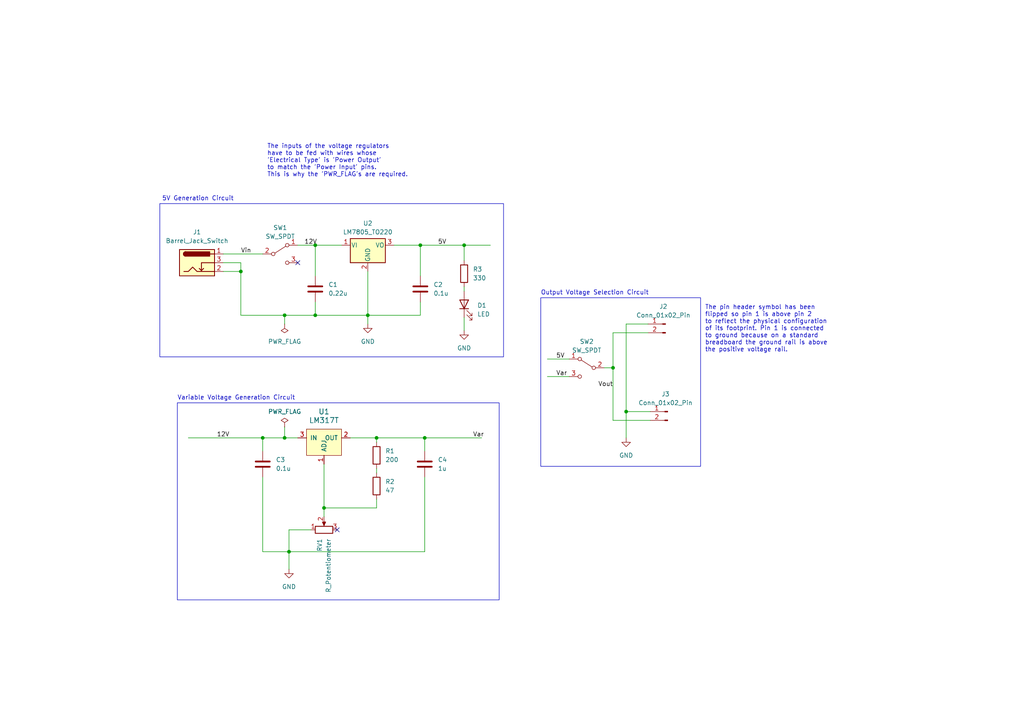
<source format=kicad_sch>
(kicad_sch (version 20230121) (generator eeschema)
  (paper "A4")
  (title_block (title "Breadboard Power Supply") (date "2024-05-14") (rev "1") (company "Vedant Bommanahally"))
  (lib_symbols
    (symbol "Connector:Barrel_Jack_Switch" (pin_names hide)
      (property "Reference" "J" (at 0 5.334 0))
      (property "Value" "Barrel_Jack_Switch" (at 0 -5.08 0))
      (symbol "Barrel_Jack_Switch_0_1"
        (rectangle (start -5.08 3.81) (end 5.08 -3.81) (stroke (width 0.254)) (fill (type background)))
        (arc (start -3.302 3.175) (mid -3.9343 2.54) (end -3.302 1.905) (stroke (width 0.254)))
        (arc (start -3.302 3.175) (mid -3.9343 2.54) (end -3.302 1.905) (stroke (width 0.254)) (fill (type outline)))
        (polyline (pts (xy 1.27 -2.286) (xy 1.905 -1.651)) (stroke (width 0.254)))
        (polyline (pts (xy 5.08 2.54) (xy 3.81 2.54)) (stroke (width 0.254)))
        (polyline (pts (xy 5.08 0) (xy 1.27 0) (xy 1.27 -2.286) (xy 0.635 -1.651)) (stroke (width 0.254)))
        (polyline (pts (xy -3.81 -2.54) (xy -2.54 -2.54) (xy -1.27 -1.27) (xy 0 -2.54) (xy 2.54 -2.54) (xy 5.08 -2.54)) (stroke (width 0.254)))
        (rectangle (start 3.683 3.175) (end -3.302 1.905) (stroke (width 0.254)) (fill (type outline)))
      )
      (symbol "Barrel_Jack_Switch_1_1"
        (pin passive line (at 7.62 2.54 180) (length 2.54) (name "~") (number "1"))
        (pin passive line (at 7.62 -2.54 180) (length 2.54) (name "~") (number "2"))
        (pin passive line (at 7.62 0 180) (length 2.54) (name "~") (number "3"))
      )
    )
    (symbol "Connector:Conn_01x02_Pin" (pin_names (offset 1.016) hide)
      (property "Reference" "J" (at 0 2.54 0))
      (property "Value" "Conn_01x02_Pin" (at 0 -5.08 0))
      (symbol "Conn_01x02_Pin_1_1"
        (polyline (pts (xy 1.27 -2.54) (xy 0.8636 -2.54)) (stroke (width 0.1524)))
        (polyline (pts (xy 1.27 0) (xy 0.8636 0)) (stroke (width 0.1524)))
        (rectangle (start 0.8636 -2.413) (end 0 -2.667) (stroke (width 0.1524)) (fill (type outline)))
        (rectangle (start 0.8636 0.127) (end 0 -0.127) (stroke (width 0.1524)) (fill (type outline)))
        (pin passive line (at 5.08 0 180) (length 3.81) (name "Pin_1") (number "1"))
        (pin passive line (at 5.08 -2.54 180) (length 3.81) (name "Pin_2") (number "2"))
      )
    )
    (symbol "Device:C" (pin_numbers hide) (pin_names (offset 0.254))
      (property "Reference" "C" (at 0.635 2.54 0))
      (property "Value" "C" (at 0.635 -2.54 0))
      (symbol "C_0_1"
        (polyline (pts (xy -2.032 -0.762) (xy 2.032 -0.762)) (stroke (width 0.508)))
        (polyline (pts (xy -2.032 0.762) (xy 2.032 0.762)) (stroke (width 0.508)))
      )
      (symbol "C_1_1"
        (pin passive line (at 0 3.81 270) (length 2.794) (name "~") (number "1"))
        (pin passive line (at 0 -3.81 90) (length 2.794) (name "~") (number "2"))
      )
    )
    (symbol "Device:LED" (pin_numbers hide) (pin_names (offset 1.016) hide)
      (property "Reference" "D" (at 0 2.54 0))
      (property "Value" "LED" (at 0 -2.54 0))
      (symbol "LED_0_1"
        (polyline (pts (xy -1.27 -1.27) (xy -1.27 1.27)) (stroke (width 0.254)))
        (polyline (pts (xy -1.27 0) (xy 1.27 0)))
        (polyline (pts (xy 1.27 -1.27) (xy 1.27 1.27) (xy -1.27 0) (xy 1.27 -1.27)) (stroke (width 0.254)))
        (polyline (pts (xy -3.048 -0.762) (xy -4.572 -2.286) (xy -3.81 -2.286) (xy -4.572 -2.286) (xy -4.572 -1.524)))
        (polyline (pts (xy -1.778 -0.762) (xy -3.302 -2.286) (xy -2.54 -2.286) (xy -3.302 -2.286) (xy -3.302 -1.524)))
      )
      (symbol "LED_1_1"
        (pin passive line (at -3.81 0 0) (length 2.54) (name "K") (number "1"))
        (pin passive line (at 3.81 0 180) (length 2.54) (name "A") (number "2"))
      )
    )
    (symbol "Device:R" (pin_numbers hide) (pin_names (offset 0))
      (property "Reference" "R" (at 2.032 0 90))
      (property "Value" "R" (at 0 0 90))
      (symbol "R_0_1"
        (rectangle (start -1.016 -2.54) (end 1.016 2.54) (stroke (width 0.254)))
      )
      (symbol "R_1_1"
        (pin passive line (at 0 3.81 270) (length 1.27) (name "~") (number "1"))
        (pin passive line (at 0 -3.81 90) (length 1.27) (name "~") (number "2"))
      )
    )
    (symbol "Device:R_Potentiometer" (pin_names (offset 1.016) hide)
      (property "Reference" "RV" (at -4.445 0 90))
      (property "Value" "R_Potentiometer" (at -2.54 0 90))
      (symbol "R_Potentiometer_0_1"
        (polyline (pts (xy 2.54 0) (xy 1.524 0)))
        (polyline (pts (xy 1.143 0) (xy 2.286 0.508) (xy 2.286 -0.508) (xy 1.143 0)) (fill (type outline)))
        (rectangle (start 1.016 2.54) (end -1.016 -2.54) (stroke (width 0.254)))
      )
      (symbol "R_Potentiometer_1_1"
        (pin passive line (at 0 3.81 270) (length 1.27) (name "1") (number "1"))
        (pin passive line (at 3.81 0 180) (length 1.27) (name "2") (number "2"))
        (pin passive line (at 0 -3.81 90) (length 1.27) (name "3") (number "3"))
      )
    )
    (symbol "Regulator_Linear:LM7805_TO220" (pin_names (offset 0.254))
      (property "Reference" "U" (at -3.81 3.175 0))
      (property "Value" "LM7805_TO220" (at 0 3.175 0))
      (symbol "LM7805_TO220_0_1"
        (rectangle (start -5.08 1.905) (end 5.08 -5.08) (stroke (width 0.254)) (fill (type background)))
      )
      (symbol "LM7805_TO220_1_1"
        (pin power_in line (at -7.62 0 0) (length 2.54) (name "VI") (number "1"))
        (pin power_in line (at 0 -7.62 90) (length 2.54) (name "GND") (number "2"))
        (pin power_out line (at 7.62 0 180) (length 2.54) (name "VO") (number "3"))
      )
    )
    (symbol "Switch:SW_SPDT" (pin_names (offset 0) hide)
      (property "Reference" "SW" (at 0 4.318 0))
      (property "Value" "SW_SPDT" (at 0 -5.08 0))
      (symbol "SW_SPDT_0_0"
        (circle (center -2.032 0) (radius 0.508))
        (circle (center 2.032 -2.54) (radius 0.508))
      )
      (symbol "SW_SPDT_0_1"
        (polyline (pts (xy -1.524 0.254) (xy 1.651 2.286)))
        (circle (center 2.032 2.54) (radius 0.508))
      )
      (symbol "SW_SPDT_1_1"
        (pin passive line (at 5.08 2.54 180) (length 2.54) (name "A") (number "1"))
        (pin passive line (at -5.08 0 0) (length 2.54) (name "B") (number "2"))
        (pin passive line (at 5.08 -2.54 180) (length 2.54) (name "C") (number "3"))
      )
    )
    (symbol "dk_PMIC-Voltage-Regulators-Linear:LM317T" (pin_names (offset 1.016))
      (property "Reference" "U" (at 0 3.81 0))
      (property "Value" "LM317T" (at 0 6.35 0))
      (symbol "LM317T_0_1"
        (rectangle (start -5.08 2.54) (end 5.08 -5.08) (fill (type background)))
      )
      (symbol "LM317T_1_1"
        (pin input line (at 0 -7.62 90) (length 2.54) (name "ADJ") (number "1"))
        (pin power_out line (at 7.62 0 180) (length 2.54) (name "OUT") (number "2"))
        (pin power_in line (at -7.62 0 0) (length 2.54) (name "IN") (number "3"))
      )
    )
    (symbol "power:GND" (power) (pin_names (offset 0))
      (property "Value" "GND" (at 0 -3.81 0))
      (symbol "GND_0_1"
        (polyline (pts (xy 0 0) (xy 0 -1.27) (xy 1.27 -1.27) (xy 0 -2.54) (xy -1.27 -1.27) (xy 0 -1.27)))
      )
      (symbol "GND_1_1"
        (pin power_in line (at 0 0 270) (length 0) hide (name "GND") (number "1"))
      )
    )
    (symbol "power:PWR_FLAG" (power) (pin_numbers hide) (pin_names (offset 0) hide)
      (property "Value" "PWR_FLAG" (at 0 3.81 0))
      (symbol "PWR_FLAG_0_0"
        (pin power_out line (at 0 0 90) (length 0) (name "pwr") (number "1"))
      )
      (symbol "PWR_FLAG_0_1"
        (polyline (pts (xy 0 0) (xy 0 1.27) (xy -1.016 1.905) (xy 0 2.54) (xy 1.016 1.905) (xy 0 1.27)))
      )
    )
  )
  (junction (at 83.82 160.02))
  (junction (at 93.98 147.32))
  (junction (at 106.68 91.44))
  (junction (at 82.55 127))
  (junction (at 91.44 91.44))
  (junction (at 91.44 71.12))
  (junction (at 181.61 119.38))
  (junction (at 177.8 106.68))
  (junction (at 76.2 127))
  (junction (at 69.85 78.74))
  (junction (at 134.62 71.12))
  (junction (at 121.92 71.12))
  (junction (at 123.19 127))
  (junction (at 82.55 91.44))
  (junction (at 109.22 127))
  (no_connect (at 97.79 153.67))
  (no_connect (at 86.36 76.2))
  (wire (pts (xy 69.85 76.2) (xy 69.85 78.74)))
  (wire (pts (xy 93.98 134.62) (xy 93.98 147.32)))
  (wire (pts (xy 82.55 127) (xy 86.36 127)))
  (wire (pts (xy 54.61 127) (xy 76.2 127)))
  (wire (pts (xy 82.55 91.44) (xy 91.44 91.44)))
  (wire (pts (xy 91.44 71.12) (xy 99.06 71.12)))
  (wire (pts (xy 64.77 73.66) (xy 76.2 73.66)))
  (wire (pts (xy 177.8 121.92) (xy 177.8 106.68)))
  (wire (pts (xy 91.44 87.63) (xy 91.44 91.44)))
  (wire (pts (xy 187.96 96.52) (xy 177.8 96.52)))
  (wire (pts (xy 134.62 83.185) (xy 134.62 84.455)))
  (wire (pts (xy 76.2 127) (xy 76.2 130.81)))
  (wire (pts (xy 134.62 71.12) (xy 142.24 71.12)))
  (wire (pts (xy 121.92 71.12) (xy 121.92 80.01)))
  (wire (pts (xy 109.22 147.32) (xy 109.22 144.78)))
  (wire (pts (xy 64.77 78.74) (xy 69.85 78.74)))
  (wire (pts (xy 76.2 160.02) (xy 83.82 160.02)))
  (wire (pts (xy 158.75 109.22) (xy 165.1 109.22)))
  (wire (pts (xy 188.595 121.92) (xy 177.8 121.92)))
  (wire (pts (xy 69.85 91.44) (xy 82.55 91.44)))
  (wire (pts (xy 83.82 153.67) (xy 83.82 160.02)))
  (wire (pts (xy 181.61 119.38) (xy 188.595 119.38)))
  (wire (pts (xy 82.55 123.825) (xy 82.55 127)))
  (wire (pts (xy 123.19 130.81) (xy 123.19 127)))
  (wire (pts (xy 91.44 91.44) (xy 106.68 91.44)))
  (wire (pts (xy 123.19 127) (xy 139.7 127)))
  (wire (pts (xy 109.22 127) (xy 109.22 128.27)))
  (wire (pts (xy 86.36 71.12) (xy 91.44 71.12)))
  (wire (pts (xy 158.75 104.14) (xy 165.1 104.14)))
  (wire (pts (xy 187.96 93.98) (xy 181.61 93.98)))
  (wire (pts (xy 83.82 160.02) (xy 83.82 165.1)))
  (wire (pts (xy 123.19 138.43) (xy 123.19 160.02)))
  (wire (pts (xy 76.2 138.43) (xy 76.2 160.02)))
  (wire (pts (xy 90.17 153.67) (xy 83.82 153.67)))
  (wire (pts (xy 64.77 76.2) (xy 69.85 76.2)))
  (wire (pts (xy 109.22 135.89) (xy 109.22 137.16)))
  (wire (pts (xy 101.6 127) (xy 109.22 127)))
  (wire (pts (xy 181.61 119.38) (xy 181.61 127)))
  (wire (pts (xy 91.44 71.12) (xy 91.44 80.01)))
  (wire (pts (xy 177.8 106.68) (xy 175.26 106.68)))
  (wire (pts (xy 106.68 78.74) (xy 106.68 91.44)))
  (wire (pts (xy 177.8 96.52) (xy 177.8 106.68)))
  (wire (pts (xy 123.19 127) (xy 109.22 127)))
  (wire (pts (xy 121.92 71.12) (xy 134.62 71.12)))
  (wire (pts (xy 76.2 127) (xy 82.55 127)))
  (wire (pts (xy 106.68 91.44) (xy 106.68 93.98)))
  (wire (pts (xy 93.98 147.32) (xy 93.98 149.86)))
  (wire (pts (xy 93.98 147.32) (xy 109.22 147.32)))
  (wire (pts (xy 82.55 91.44) (xy 82.55 93.98)))
  (wire (pts (xy 123.19 160.02) (xy 83.82 160.02)))
  (wire (pts (xy 121.92 91.44) (xy 121.92 87.63)))
  (wire (pts (xy 134.62 71.12) (xy 134.62 75.565)))
  (wire (pts (xy 106.68 91.44) (xy 121.92 91.44)))
  (wire (pts (xy 134.62 92.075) (xy 134.62 95.885)))
  (wire (pts (xy 114.3 71.12) (xy 121.92 71.12)))
  (wire (pts (xy 181.61 93.98) (xy 181.61 119.38)))
  (wire (pts (xy 69.85 78.74) (xy 69.85 91.44)))
  (rectangle (start 51.435 116.84) (end 144.78 173.99))
  (rectangle (start 46.355 59.055) (end 146.05 103.505))
  (rectangle (start 156.845 86.36) (end 203.2 135.255))
  (text "The pin header symbol has been \nflipped so pin 1 is above pin 2\nto reflect the physical configuration\nof its footprint. Pin 1 is connected\nto ground because on a standard\nbreadboard the ground rail is above\nthe positive voltage rail." (at 204.47 102.235 0) (effects (font (size 1.27 1.27)) (justify left bottom)))
  (text "Variable Voltage Generation Circuit" (at 51.435 116.205 0) (effects (font (size 1.27 1.27)) (justify left bottom)))
  (text "The inputs of the voltage regulators\nhave to be fed with wires whose \n'Electrical Type' is 'Power Output'\nto match the 'Power Input' pins.\nThis is why the 'PWR_FLAG's are required." (at 77.47 51.435 0) (effects (font (size 1.27 1.27)) (justify left bottom)))
  (text "Output Voltage Selection Circuit" (at 156.845 85.725 0) (effects (font (size 1.27 1.27)) (justify left bottom)))
  (text "5V Generation Circuit" (at 46.99 58.42 0) (effects (font (size 1.27 1.27)) (justify left bottom)))
  (label "Var" (at 161.29 109.22 0))
  (label "12V" (at 62.865 127 0))
  (label "Var" (at 137.16 127 0))
  (label "5V" (at 161.29 104.14 0))
  (label "Vout" (at 177.8 112.395 180))
  (label "Vin" (at 69.85 73.66 0))
  (label "5V" (at 127 71.12 0))
  (label "12V" (at 88.265 71.12 0))
  (symbol (lib_id "power:GND") (at 106.68 93.98 0) (unit 1)
    (property "Reference" "#PWR01" (effects hide))
    (property "Value" "GND" (at 106.68 99.06 0))
  )
  (symbol (lib_id "power:PWR_FLAG") (at 82.55 93.98 180) (unit 1)
    (property "Reference" "#FLG01" (effects hide))
    (property "Value" "PWR_FLAG" (at 82.55 99.06 0))
  )
  (symbol (lib_id "Connector:Conn_01x02_Pin") (at 193.04 93.98 0) (mirror y) (unit 1)
    (property "Reference" "J2" (at 192.405 88.9 0))
    (property "Value" "Conn_01x02_Pin" (at 192.405 91.44 0))
    (property "Footprint" "Connector_PinHeader_2.54mm:PinHeader_1x02_P2.54mm_Vertical" (effects hide))
  )
  (symbol (lib_id "Device:R") (at 109.22 132.08 0) (unit 1)
    (property "Reference" "R1" (at 111.76 130.81 0) (effects (justify left)))
    (property "Value" "200" (at 111.76 133.35 0) (effects (justify left)))
    (property "Footprint" "Resistor_THT:R_Axial_DIN0204_L3.6mm_D1.6mm_P7.62mm_Horizontal" (effects hide))
  )
  (symbol (lib_id "Switch:SW_SPDT") (at 81.28 73.66 0) (unit 1)
    (property "Reference" "SW1" (at 81.28 66.04 0))
    (property "Value" "SW_SPDT" (at 81.28 68.58 0))
    (property "Footprint" "vedants-components:large-red-toggle-switch-SPDT" (effects hide))
  )
  (symbol (lib_id "Device:R_Potentiometer") (at 93.98 153.67 90) (unit 1)
    (property "Reference" "RV1" (at 92.71 156.21 0) (effects (justify right)))
    (property "Value" "R_Potentiometer" (at 95.25 156.21 0) (effects (justify right)))
    (property "Footprint" "vedants-components:blue-trimmer-potentiometer" (effects hide))
  )
  (symbol (lib_id "Device:R") (at 134.62 79.375 0) (unit 1)
    (property "Reference" "R3" (at 137.16 78.105 0) (effects (justify left)))
    (property "Value" "330" (at 137.16 80.645 0) (effects (justify left)))
    (property "Footprint" "Resistor_THT:R_Axial_DIN0204_L3.6mm_D1.6mm_P7.62mm_Horizontal" (effects hide))
  )
  (symbol (lib_id "dk_PMIC-Voltage-Regulators-Linear:LM317T") (at 93.98 127 0) (unit 1)
    (property "Reference" "U1" (at 93.98 119.38 0) (effects (font (size 1.524 1.524))))
    (property "Value" "LM317T" (at 93.98 121.92 0) (effects (font (size 1.524 1.524))))
    (property "Footprint" "digikey-footprints:TO-220-3" (effects hide))
    (property "Datasheet" "http://www.st.com/content/ccc/resource/technical/document/datasheet/group1/a0/db/e6/9b/6f/9c/45/7b/CD00000455/files/CD00000455.pdf/jcr:content/translations/en.CD00000455.pdf" (effects hide))
    (property "Digi-Key_PN" "497-1575-5-ND" (effects hide))
    (property "MPN" "LM317T" (effects hide))
    (property "Category" "Integrated Circuits (ICs)" (effects hide))
    (property "Family" "PMIC - Voltage Regulators - Linear" (effects hide))
    (property "DK_Datasheet_Link" "http://www.st.com/content/ccc/resource/technical/document/datasheet/group1/a0/db/e6/9b/6f/9c/45/7b/CD00000455/files/CD00000455.pdf/jcr:content/translations/en.CD00000455.pdf" (effects hide))
    (property "DK_Detail_Page" "/product-detail/en/stmicroelectronics/LM317T/497-1575-5-ND/591677" (effects hide))
    (property "Description" "IC REG LIN POS ADJ 1.5A TO220AB" (effects hide))
    (property "Manufacturer" "STMicroelectronics" (effects hide))
    (property "Status" "Active" (effects hide))
  )
  (symbol (lib_id "Device:C") (at 76.2 134.62 0) (unit 1)
    (property "Reference" "C3" (at 80.01 133.35 0) (effects (justify left)))
    (property "Value" "0.1u" (at 80.01 135.89 0) (effects (justify left)))
    (property "Footprint" "Capacitor_THT:C_Disc_D5.0mm_W2.5mm_P2.50mm" (effects hide))
  )
  (symbol (lib_id "Device:R") (at 109.22 140.97 0) (unit 1)
    (property "Reference" "R2" (at 111.76 139.7 0) (effects (justify left)))
    (property "Value" "47" (at 111.76 142.24 0) (effects (justify left)))
    (property "Footprint" "Resistor_THT:R_Axial_DIN0204_L3.6mm_D1.6mm_P7.62mm_Horizontal" (effects hide))
  )
  (symbol (lib_id "power:PWR_FLAG") (at 82.55 123.825 0) (unit 1)
    (property "Reference" "#FLG02" (effects hide))
    (property "Value" "PWR_FLAG" (at 82.55 119.38 0))
  )
  (symbol (lib_id "power:GND") (at 181.61 127 0) (unit 1)
    (property "Reference" "#PWR03" (effects hide))
    (property "Value" "GND" (at 181.61 132.08 0))
  )
  (symbol (lib_id "power:GND") (at 134.62 95.885 0) (unit 1)
    (property "Reference" "#PWR04" (effects hide))
    (property "Value" "GND" (at 134.62 100.965 0))
  )
  (symbol (lib_id "Regulator_Linear:LM7805_TO220") (at 106.68 71.12 0) (unit 1)
    (property "Reference" "U2" (at 106.68 64.77 0))
    (property "Value" "LM7805_TO220" (at 106.68 67.31 0))
    (property "Footprint" "Package_TO_SOT_THT:TO-220-3_Vertical" (effects hide))
    (property "Datasheet" "https://www.onsemi.cn/PowerSolutions/document/MC7800-D.PDF" (effects hide))
  )
  (symbol (lib_id "Device:C") (at 91.44 83.82 0) (unit 1)
    (property "Reference" "C1" (at 95.25 82.55 0) (effects (justify left)))
    (property "Value" "0.22u" (at 95.25 85.09 0) (effects (justify left)))
    (property "Footprint" "Capacitor_THT:C_Disc_D5.0mm_W2.5mm_P2.50mm" (effects hide))
  )
  (symbol (lib_id "Device:LED") (at 134.62 88.265 90) (unit 1)
    (property "Reference" "D1" (at 138.43 88.5825 90) (effects (justify right)))
    (property "Value" "LED" (at 138.43 91.1225 90) (effects (justify right)))
    (property "Footprint" "LED_THT:LED_D3.0mm" (effects hide))
  )
  (symbol (lib_id "Device:C") (at 123.19 134.62 0) (unit 1)
    (property "Reference" "C4" (at 127 133.35 0) (effects (justify left)))
    (property "Value" "1u" (at 127 135.89 0) (effects (justify left)))
    (property "Footprint" "Capacitor_THT:C_Disc_D5.0mm_W2.5mm_P2.50mm" (effects hide))
  )
  (symbol (lib_id "power:GND") (at 83.82 165.1 0) (unit 1)
    (property "Reference" "#PWR02" (effects hide))
    (property "Value" "GND" (at 83.82 170.18 0))
  )
  (symbol (lib_id "Connector:Barrel_Jack_Switch") (at 57.15 76.2 0) (unit 1)
    (property "Reference" "J1" (at 57.15 67.31 0))
    (property "Value" "Barrel_Jack_Switch" (at 57.15 69.85 0))
    (property "Footprint" "Connector_BarrelJack:BarrelJack_GCT_DCJ200-10-A_Horizontal" (effects hide))
  )
  (symbol (lib_id "Switch:SW_SPDT") (at 170.18 106.68 0) (mirror y) (unit 1)
    (property "Reference" "SW2" (at 170.18 99.06 0))
    (property "Value" "SW_SPDT" (at 170.18 101.6 0))
    (property "Footprint" "vedants-components:large-red-toggle-switch-SPDT" (effects hide))
  )
  (symbol (lib_id "Device:C") (at 121.92 83.82 0) (unit 1)
    (property "Reference" "C2" (at 125.73 82.55 0) (effects (justify left)))
    (property "Value" "0.1u" (at 125.73 85.09 0) (effects (justify left)))
    (property "Footprint" "Capacitor_THT:C_Disc_D5.0mm_W2.5mm_P2.50mm" (effects hide))
  )
  (symbol (lib_id "Connector:Conn_01x02_Pin") (at 193.675 119.38 0) (mirror y) (unit 1)
    (property "Reference" "J3" (at 193.04 114.3 0))
    (property "Value" "Conn_01x02_Pin" (at 193.04 116.84 0))
    (property "Footprint" "Connector_PinHeader_2.54mm:PinHeader_1x02_P2.54mm_Vertical" (effects hide))
  )
)
</source>
